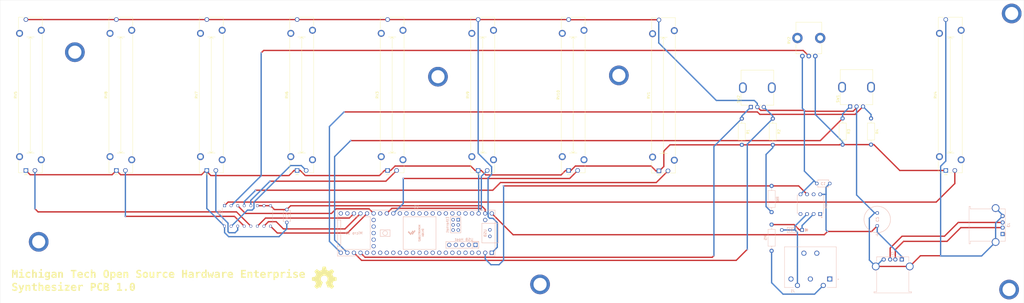
<source format=kicad_pcb>
(kicad_pcb (version 20241229) (generator "pcbnew") (generator_version "9.0")
  (layers (0 "F.Cu" signal) (2 "B.Cu" signal) (13 "F.Paste" user) (15 "B.Paste" user) (5 "F.SilkS" user "F.Silkscreen") (7 "B.SilkS" user "B.Silkscreen") (1 "F.Mask" user) (3 "B.Mask" user) (25 "Edge.Cuts" user))
  (net 0 "")
  (net 1 "GND")
  (net 2 "+5V")
  (net 3 "+3.3V")
  (net 4 "Net-(D1-K)")
  (net 5 "Net-(D1-A)")
  (net 8 "Net-(J1-Pad4)")
  (net 10 "Net-(J2-D+)")
  (net 11 "Net-(J2-D-)")
  (net 13 "Net-(U1-29_TX7)")
  (net 14 "Net-(U1-30_CRX3)")
  (net 15 "Net-(U1-31_CTX3)")
  (net 16 "Net-(U1-32_OUT1B)")
  (net 17 "Net-(U1-0_RX1_CRX2_CS1)")
  (net 18 "Net-(U3-X7)")
  (net 19 "Net-(U3-X6)")
  (net 20 "Net-(U3-X5)")
  (net 21 "Net-(U3-X4)")
  (net 22 "Net-(U3-X3)")
  (net 23 "Net-(U3-X2)")
  (net 24 "Net-(U3-X1)")
  (net 25 "Net-(U3-X0)")
  (net 26 "Net-(U1-40_A16)")
  (net 27 "Net-(U1-41_A17)")
  (net 34 "Net-(U1-35_TX8)")
  (net 36 "Net-(U1-20_A6_TX5_LRCLK1)")
  (net 40 "Net-(U1-19_A5_SCL)")
  (net 43 "Net-(U1-38_CS1_IN1)")
  (net 44 "Net-(U1-21_A7_RX5_BCLK1)")
  (net 47 "Net-(U1-13_SCK_LED)")
  (net 50 "Net-(U1-15_A1_RX3_SPDIF_IN)")
  (net 53 "Net-(U1-12_MISO_MQSL)")
  (net 55 "Net-(U1-8_TX2_IN1)")
  (net 56 "Net-(U1-7_RX2_OUT1A)")
  (net 58 "Net-(U1-11_MOSI_CTX1)")
  (net 59 "Net-(U1-36_CS)")
  (net 61 "Net-(U1-23_A9_CRX1_MCLK1)")
  (net 62 "Net-(U1-37_CS)")
  (net 67 "Net-(U1-6_OUT1D)")
  (net 69 "Net-(U1-10_CS_MQSR)")
  (net 71 "Net-(U1-18_A4_SDA)")
  (footprint "Resistor_THT:R_Axial_DIN0207_L6.3mm_D2.5mm_P10.16mm_Horizontal" (layer "F.Cu") (at 399.075 129.17 -90)
    (property "Reference" "R3")
    (property "Value" "10k")
  )
  (footprint "LOGO" (layer "F.Cu") (at 198.5 191)
    (property "Reference" "G***" (hide yes))
    (property "Value" "LOGO" (hide yes))
  )
  (footprint "Resistor_THT:R_Axial_DIN0207_L6.3mm_D2.5mm_P10.16mm_Horizontal" (layer "F.Cu") (at 410.075 129.17 -90)
    (property "Reference" "R4")
    (property "Value" "10k")
  )
  (footprint "Potentiometer_THT:Potentiometer_Bourns_PTA4543_Single_Slide" (layer "F.Cu") (at 439 149.35 90)
    (property "Reference" "RV4")
    (property "Value" "Volume Input 10k")
  )
  (footprint "Potentiometer_THT:Potentiometer_Bourns_PTA4543_Single_Slide" (layer "F.Cu") (at 118.05 149.35 90)
    (property "Reference" "RV8")
    (property "Value" "Amp Envelope Sustain Input 10k")
  )
  (footprint "Resistor_THT:R_Axial_DIN0207_L6.3mm_D2.5mm_P10.16mm_Horizontal" (layer "F.Cu") (at 360.075 129.25 -90)
    (property "Reference" "R1")
    (property "Value" "10k")
  )
  (footprint "Potentiometer_THT:Potentiometer_Bourns_PTA4543_Single_Slide" (layer "F.Cu") (at 258.05 149.35 90)
    (property "Reference" "RV9")
    (property "Value" "Cutoff Input 10k")
  )
  (footprint "Potentiometer_THT:Potentiometer_Bourns_PTV09A-1_Single_Vertical" (layer "F.Cu") (at 388.5 105 90)
    (property "Reference" "RV2")
    (property "Value" "Oscillator Mix Input 10k")
  )
  (footprint "Potentiometer_THT:Potentiometer_Bourns_PTA4543_Single_Slide" (layer "F.Cu") (at 328 149.5 90)
    (property "Reference" "RV1")
    (property "Value" "Detune Input 10k")
  )
  (footprint "Potentiometer_THT:Potentiometer_Bourns_PTA4543_Single_Slide" (layer "F.Cu") (at 293.05 149.35 90)
    (property "Reference" "RV10")
    (property "Value" "Pulse Width Input 10k")
  )
  (footprint "Rotary_Encoder:RotaryEncoder_Bourns_Vertical_PEC12R-3x17F-Nxxxx" (layer "F.Cu") (at 401.975 124.55 90)
    (property "Reference" "SW1")
    (property "Value" "Oscillator A Waveform")
  )
  (footprint "Potentiometer_THT:Potentiometer_Bourns_PTA4543_Single_Slide" (layer "F.Cu") (at 153.05 149.35 90)
    (property "Reference" "RV7")
    (property "Value" "Amp Envelope Decay Input 10k")
  )
  (footprint "Rotary_Encoder:RotaryEncoder_Bourns_Vertical_PEC12R-3x17F-Nxxxx" (layer "F.Cu") (at 363.575 124.75 90)
    (property "Reference" "SW2")
    (property "Value" "Oscillator B Waveform")
  )
  (footprint "Resistor_THT:R_Axial_DIN0207_L6.3mm_D2.5mm_P10.16mm_Horizontal" (layer "F.Cu") (at 372.075 129.25 -90)
    (property "Reference" "R2")
    (property "Value" "10k")
  )
  (footprint "Potentiometer_THT:Potentiometer_Bourns_PTA4543_Single_Slide" (layer "F.Cu") (at 188 149.35 90)
    (property "Reference" "RV6")
    (property "Value" "Amp Envelope Attack Input 10k")
  )
  (footprint "Potentiometer_THT:Potentiometer_Bourns_PTA4543_Single_Slide" (layer "F.Cu") (at 223 149.35 90)
    (property "Reference" "RV3")
    (property "Value" "Resonance Input 10k")
  )
  (footprint "Potentiometer_THT:Potentiometer_Bourns_PTA4543_Single_Slide" (layer "F.Cu") (at 83.05 149.35 90)
    (property "Reference" "RV5")
    (property "Value" "Amp Envelope Release Input 10k")
  )
  (footprint "Diodes:DO-35_02_VIS" (layer "B.Cu") (at 383.3819 172.41 180)
    (property "Reference" "D1")
    (property "Value" "1N4148")
  )
  (footprint "Resistor_THT:R_Axial_DIN0207_L6.3mm_D2.5mm_P10.16mm_Horizontal" (layer "B.Cu") (at 371.595 170.33 -90)
    (property "Reference" "R5")
    (property "Value" "220")
  )
  (footprint "Through Hole Cap:radial_cap_med" (layer "B.Cu") (at 412.475 170.825 90)
    (property "Reference" "C2")
    (property "Value" "100 uF")
  )
  (footprint "Through Hole IC:CD4051BE" (layer "B.Cu") (at 168.81 166.97 -90)
    (property "Reference" "U3")
    (property "Value" "CD4051B")
  )
  (footprint "Through Hole Cap:radial_cap" (layer "B.Cu") (at 184 169.5 90)
    (property "Reference" "C3")
    (property "Value" "0.1 uF")
  )
  (footprint "Through Hole IC:6N138" (layer "B.Cu") (at 386.595 162.41 90)
    (property "Reference" "U4")
    (property "Value" "6N138")
  )
  (footprint "Through Hole Cap:radial_cap" (layer "B.Cu") (at 389.095 154.41)
    (property "Reference" "C1")
    (property "Value" "0.1 uF")
  )
  (footprint "Teensy:Teensy41" (layer "B.Cu") (at 234.11 173.62 180)
    (property "Reference" "U1")
    (property "Value" "Teensy4.1")
  )
  (footprint "Connectors:MIDI" (layer "B.Cu") (at 386.595 186.41)
    (property "Reference" "J1")
    (property "Value" "MIDI Input")
  )
  (footprint "Connector_USB:USB_A_Stewart_SS-52100-001_Horizontal" (layer "B.Cu") (at 460.99 174 90)
    (property "Reference" "J3")
    (property "Value" "USB Breakout")
  )
  (footprint "Connector_USB:USB_A_Stewart_SS-52100-001_Horizontal" (layer "B.Cu") (at 421.975 183.835 180)
    (property "Reference" "J2")
    (property "Value" "USB Input")
  )
  (footprint "Resistor_THT:R_Axial_DIN0207_L6.3mm_D2.5mm_P10.16mm_Horizontal" (layer "B.Cu") (at 371.595 165.49 90)
    (property "Reference" "R6")
    (property "Value" "470")
  )
  (gr_rect (start 73.05 83.3) (end 469.25 200.775) (stroke (width 0.05)) (fill no) (layer "Edge.Cuts"))
  (gr_text "Michigan Tech Open Source Hardware Enterprise\nSynthesizer PCB 1.0" (at 77.5 196.5 0) (layer "F.SilkS") (effects (font (size 3 3) (thickness 0.6) (bold yes)) (justify left bottom)))
  (via (at 282 193.5) (size 7.62) (drill 5.08) (layers "F.Cu" "B.Cu") (net 0))
  (via (at 88 177) (size 7.62) (drill 5.08) (layers "F.Cu" "B.Cu") (net 0))
  (via (at 463.5 195.5) (size 7.62) (drill 5.08) (layers "F.Cu" "B.Cu") (net 0))
  (via (at 242.5 113) (size 7.62) (drill 5.08) (layers "F.Cu" "B.Cu") (net 0))
  (via (at 102 103.5) (size 7.62) (drill 5.08) (layers "F.Cu" "B.Cu") (net 0))
  (via (at 464.5 88.5) (size 7.62) (drill 5.08) (layers "F.Cu" "B.Cu") (net 0))
  (via (at 312.5 112.5) (size 7.62) (drill 5.08) (layers "F.Cu" "B.Cu") (net 0))
  (segment (start 327.925 90.925) (end 328 91) (width 0.508) (layer "F.Cu") (net 1))
  (segment (start 293.125 90.925) (end 293.05 90.85) (width 0.508) (layer "F.Cu") (net 1))
  (segment (start 177.7 163) (end 179.2 164.5) (width 0.508) (layer "F.Cu") (net 1))
  (segment (start 223 90.85) (end 188 90.85) (width 0.508) (layer "F.Cu") (net 1))
  (segment (start 185.478872 163.021128) (end 184 164.5) (width 0.508) (layer "F.Cu") (net 1))
  (segment (start 175.16 163) (end 172.62 163) (width 0.508) (layer "F.Cu") (net 1))
  (segment (start 436.775 182.395) (end 429.195 182.395) (width 0.508) (layer "F.Cu") (net 1))
  (segment (start 153.05 90.85) (end 118.05 90.85) (width 0.508) (layer "F.Cu") (net 1))
  (segment (start 327.925 90.925) (end 293.125 90.925) (width 0.508) (layer "F.Cu") (net 1))
  (segment (start 403.1625 126.4) (end 404.475 125.0875) (width 0.508) (layer "F.Cu") (net 1))
  (segment (start 260.78 166) (end 260.78 164.48) (width 0.508) (layer "F.Cu") (net 1))
  (segment (start 83.05 90.85) (end 118.05 90.85) (width 0.508) (layer "F.Cu") (net 1))
  (segment (start 188 90.85) (end 153.05 90.85) (width 0.508) (layer "F.Cu") (net 1))
  (segment (start 293.05 90.85) (end 258.05 90.85) (width 0.508) (layer "F.Cu") (net 1))
  (segment (start 429.195 182.395) (end 425.045 186.545) (width 0.508) (layer "F.Cu") (net 1))
  (segment (start 404.475 125.0875) (end 404.475 124.55) (width 0.508) (layer "F.Cu") (net 1))
  (segment (start 177.7 163) (end 175.16 163) (width 0.508) (layer "F.Cu") (net 1))
  (segment (start 258.05 90.85) (end 223 90.85) (width 0.508) (layer "F.Cu") (net 1))
  (segment (start 260.78 164.48) (end 259.321128 163.021128) (width 0.508) (layer "F.Cu") (net 1))
  (segment (start 384.286 126.048) (end 384.638 126.4) (width 0.508) (layer "F.Cu") (net 1))
  (segment (start 425.045 186.545) (end 411.905 186.545) (width 0.508) (layer "F.Cu") (net 1))
  (segment (start 259.321128 163.021128) (end 185.478872 163.021128) (width 0.508) (layer "F.Cu") (net 1))
  (segment (start 179.2 164.5) (end 184 164.5) (width 0.508) (layer "F.Cu") (net 1))
  (segment (start 327.85 90.85) (end 327.925 90.925) (width 0.508) (layer "F.Cu") (net 1))
  (segment (start 367.373 126.048) (end 384.286 126.048) (width 0.508) (layer "F.Cu") (net 1))
  (segment (start 366.075 124.75) (end 367.373 126.048) (width 0.508) (layer "F.Cu") (net 1))
  (segment (start 384.638 126.4) (end 403.1625 126.4) (width 0.508) (layer "F.Cu") (net 1))
  (via (at 384.286 126.048) (size 0.6) (drill 0.3) (layers "F.Cu" "B.Cu") (net 1))
  (via (at 437 182.5) (size 0.6) (drill 0.3) (layers "F.Cu" "B.Cu") (net 1))
  (segment (start 366.075 123.375) (end 366.075 124.75) (width 0.508) (layer "B.Cu") (net 1))
  (segment (start 411.461 165.825) (end 409.425 167.861) (width 0.508) (layer "B.Cu") (net 1))
  (segment (start 263.25 150.875) (end 263.25 147.911) (width 0.508) (layer "B.Cu") (net 1))
  (segment (start 350.2 122.2) (end 364.9 122.2) (width 0.508) (layer "B.Cu") (net 1))
  (segment (start 258.05 142.711) (end 258.05 90.85) (width 0.508) (layer "B.Cu") (net 1))
  (segment (start 388.035 153.35) (end 389.095 154.41) (width 0.508) (layer "B.Cu") (net 1))
  (segment (start 364.9 122.2) (end 366.075 123.375) (width 0.508) (layer "B.Cu") (net 1))
  (segment (start 263.32 181.24) (end 265.45 179.11) (width 0.508) (layer "B.Cu") (net 1))
  (segment (start 261.9 166.014) (end 261.886 166) (width 0.508) (layer "B.Cu") (net 1))
  (segment (start 262.475 167.875) (end 261.9 167.3) (width 0.508) (layer "B.Cu") (net 1))
  (segment (start 327.85 90.85) (end 327.925 90.925) (width 0.508) (layer "B.Cu") (net 1))
  (segment (start 411.461 165.825) (end 412.475 165.825) (width 0.508) (layer "B.Cu") (net 1))
  (segment (start 265.45 179.11) (end 265.45 169.564) (width 0.508) (layer "B.Cu") (net 1))
  (segment (start 261.9 167.3) (end 261.9 166.014) (width 0.508) (layer "B.Cu") (net 1))
  (segment (start 388.035 153.35) (end 382.785 158.6) (width 0.508) (layer "B.Cu") (net 1))
  (segment (start 458.28 163.93) (end 460.99 166.64) (width 0.508) (layer "B.Cu") (net 1))
  (segment (start 327.925 90.925) (end 328 91) (width 0.508) (layer "B.Cu") (net 1))
  (segment (start 383.5 125.262) (end 384.286 126.048) (width 0.508) (layer "B.Cu") (net 1))
  (segment (start 263.761 167.875) (end 262.475 167.875) (width 0.508) (layer "B.Cu") (net 1))
  (segment (start 411.905 186.545) (end 414.615 183.835) (width 0.508) (layer "B.Cu") (net 1))
  (segment (start 439 145.7) (end 439 90.85) (width 0.508) (layer "B.Cu") (net 1))
  (segment (start 452.85 182.5) (end 437 182.5) (width 0.508) (layer "B.Cu") (net 1))
  (segment (start 265.45 169.564) (end 263.761 167.875) (width 0.508) (layer "B.Cu") (net 1))
  (segment (start 409.425 167.861) (end 409.425 184.065) (width 0.508) (layer "B.Cu") (net 1))
  (segment (start 414.615 183.835) (end 414.975 183.835) (width 0.508) (layer "B.Cu") (net 1))
  (segment (start 437 182.5) (end 437 147.7) (width 0.508) (layer "B.Cu") (net 1))
  (segment (start 404.475 158.839) (end 411.461 165.825) (width 0.508) (layer "B.Cu") (net 1))
  (segment (start 460.99 166.64) (end 460.99 167) (width 0.508) (layer "B.Cu") (net 1))
  (segment (start 409.425 184.065) (end 411.905 186.545) (width 0.508) (layer "B.Cu") (net 1))
  (segment (start 460.99 167) (end 458.28 169.71) (width 0.508) (layer "B.Cu") (net 1))
  (segment (start 384.286 149.601) (end 388.035 153.35) (width 0.508) (layer "B.Cu") (net 1))
  (segment (start 261.886 152.239) (end 263.25 150.875) (width 0.508) (layer "B.Cu") (net 1))
  (segment (start 263.25 147.911) (end 258.05 142.711) (width 0.508) (layer "B.Cu") (net 1))
  (segment (start 384.286 126.048) (end 384.286 149.601) (width 0.508) (layer "B.Cu") (net 1))
  (segment (start 327.925 90.925) (end 327.925 99.925) (width 0.508) (layer "B.Cu") (net 1))
  (segment (start 458.28 169.71) (end 458.28 177.07) (width 0.508) (layer "B.Cu") (net 1))
  (segment (start 261.886 166) (end 261.886 152.239) (width 0.508) (layer "B.Cu") (net 1))
  (segment (start 327.925 99.925) (end 350.2 122.2) (width 0.508) (layer "B.Cu") (net 1))
  (segment (start 260.78 166) (end 261.886 166) (width 0.508) (layer "B.Cu") (net 1))
  (segment (start 383.5 105) (end 383.5 125.262) (width 0.508) (layer "B.Cu") (net 1))
  (segment (start 458.28 177.07) (end 452.85 182.5) (width 0.508) (layer "B.Cu") (net 1))
  (segment (start 437 147.7) (end 439 145.7) (width 0.508) (layer "B.Cu") (net 1))
  (segment (start 404.475 124.55) (end 404.475 158.839) (width 0.508) (layer "B.Cu") (net 1))
  (segment (start 391.988 174.25) (end 393.24 172.998) (width 0.508) (layer "F.Cu") (net 2))
  (segment (start 393.24 172.998) (end 410.302 172.998) (width 0.508) (layer "F.Cu") (net 2))
  (segment (start 271.57 174.25) (end 391.988 174.25) (width 0.508) (layer "F.Cu") (net 2))
  (segment (start 263.32 166) (end 271.57 174.25) (width 0.508) (layer "F.Cu") (net 2))
  (segment (start 410.302 172.998) (end 412.475 170.825) (width 0.508) (layer "F.Cu") (net 2))
  (via (at 393.24 172.998) (size 0.6) (drill 0.3) (layers "F.Cu" "B.Cu") (net 2))
  (segment (start 392.66 158.6) (end 392.66 172.418) (width 0.508) (layer "B.Cu") (net 2))
  (segment (start 392.66 158.6) (end 390.405 158.6) (width 0.508) (layer "B.Cu") (net 2))
  (segment (start 392.66 172.418) (end 393.24 172.998) (width 0.508) (layer "B.Cu") (net 2))
  (segment (start 421.975 183.835) (end 421.975 182.733) (width 0.508) (layer "B.Cu") (net 2))
  (segment (start 392.66 155.846) (end 392.66 158.6) (width 0.508) (layer "B.Cu") (net 2))
  (segment (start 412.475 173.233) (end 412.475 170.825) (width 0.508) (layer "B.Cu") (net 2))
  (segment (start 394.095 154.41) (end 392.66 155.846) (width 0.508) (layer "B.Cu") (net 2))
  (segment (start 421.975 182.733) (end 412.475 173.233) (width 0.508) (layer "B.Cu") (net 2))
  (segment (start 360.075 139.41) (end 372.075 139.41) (width 0.508) (layer "F.Cu") (net 3))
  (segment (start 224.177 149.35) (end 225.902 147.625) (width 0.508) (layer "F.Cu") (net 3))
  (segment (start 328 149.5) (end 326.823 149.5) (width 0.508) (layer "F.Cu") (net 3))
  (segment (start 225.902 147.625) (end 255.148 147.625) (width 0.508) (layer "F.Cu") (net 3))
  (segment (start 260.952 151.075) (end 259.227 149.35) (width 0.508) (layer "F.Cu") (net 3))
  (segment (start 154.625 151.325) (end 152.65 149.35) (width 0.508) (layer "F.Cu") (net 3))
  (segment (start 332.29 139.41) (end 360.075 139.41) (width 0.508) (layer "F.Cu") (net 3))
  (segment (start 293.05 149.35) (end 291.873 149.35) (width 0.508) (layer "F.Cu") (net 3))
  (segment (start 223 149.35) (end 224.177 149.35) (width 0.508) (layer "F.Cu") (net 3))
  (segment (start 293.05 149.35) (end 293.95 149.35) (width 0.508) (layer "F.Cu") (net 3))
  (segment (start 184.848 151.325) (end 154.625 151.325) (width 0.508) (layer "F.Cu") (net 3))
  (segment (start 329.9 147.8) (end 329.9 141.8) (width 0.508) (layer "F.Cu") (net 3))
  (segment (start 293.95 149.35) (end 295.675 147.625) (width 0.508) (layer "F.Cu") (net 3))
  (segment (start 84.7 151) (end 116.4 151) (width 0.508) (layer "F.Cu") (net 3))
  (segment (start 191.152 151.325) (end 189.177 149.35) (width 0.508) (layer "F.Cu") (net 3))
  (segment (start 189.177 149.35) (end 188 149.35) (width 0.508) (layer "F.Cu") (net 3))
  (segment (start 411.177 139.33) (end 421.197 149.35) (width 0.508) (layer "F.Cu") (net 3))
  (segment (start 223 149.35) (end 221.823 149.35) (width 0.508) (layer "F.Cu") (net 3))
  (segment (start 116.4 151) (end 118.05 149.35) (width 0.508) (layer "F.Cu") (net 3))
  (segment (start 326.823 149.5) (end 328.2 149.5) (width 0.508) (layer "F.Cu") (net 3))
  (segment (start 255.148 147.625) (end 256.873 149.35) (width 0.508) (layer "F.Cu") (net 3))
  (segment (start 324.948 147.625) (end 326.823 149.5) (width 0.508) (layer "F.Cu") (net 3))
  (segment (start 221.823 149.35) (end 219.848 151.325) (width 0.508) (layer "F.Cu") (net 3))
  (segment (start 410.075 139.33) (end 411.177 139.33) (width 0.508) (layer "F.Cu") (net 3))
  (segment (start 328.2 149.5) (end 329.9 147.8) (width 0.508) (layer "F.Cu") (net 3))
  (segment (start 152.65 149.35) (end 153.05 149.35) (width 0.508) (layer "F.Cu") (net 3))
  (segment (start 259.227 149.35) (end 258.05 149.35) (width 0.508) (layer "F.Cu") (net 3))
  (segment (start 291.873 149.35) (end 290.148 151.075) (width 0.508) (layer "F.Cu") (net 3))
  (segment (start 219.848 151.325) (end 191.152 151.325) (width 0.508) (layer "F.Cu") (net 3))
  (segment (start 119.7 151) (end 151 151) (width 0.508) (layer "F.Cu") (net 3))
  (segment (start 188 149.35) (end 186.823 149.35) (width 0.508) (layer "F.Cu") (net 3))
  (segment (start 372.075 139.41) (end 397.893 139.41) (width 0.508) (layer "F.Cu") (net 3))
  (segment (start 329.9 141.8) (end 332.29 139.41) (width 0.508) (layer "F.Cu") (net 3))
  (segment (start 256.873 149.35) (end 258.05 149.35) (width 0.508) (layer "F.Cu") (net 3))
  (segment (start 410.075 139.33) (end 399.075 139.33) (width 0.508) (layer "F.Cu") (net 3))
  (segment (start 186.823 149.35) (end 184.848 151.325) (width 0.508) (layer "F.Cu") (net 3))
  (segment (start 290.148 151.075) (end 260.952 151.075) (width 0.508) (layer "F.Cu") (net 3))
  (segment (start 295.675 147.625) (end 324.948 147.625) (width 0.508) (layer "F.Cu") (net 3))
  (segment (start 151 151) (end 152.65 149.35) (width 0.508) (layer "F.Cu") (net 3))
  (segment (start 83.05 149.35) (end 84.7 151) (width 0.508) (layer "F.Cu") (net 3))
  (segment (start 421.197 149.35) (end 439 149.35) (width 0.508) (layer "F.Cu") (net 3))
  (segment (start 397.893 139.41) (end 397.973 139.33) (width 0.508) (layer "F.Cu") (net 3))
  (segment (start 397.973 139.33) (end 399.075 139.33) (width 0.508) (layer "F.Cu") (net 3))
  (segment (start 118.05 149.35) (end 119.7 151) (width 0.508) (layer "F.Cu") (net 3))
  (segment (start 388.5 127.653) (end 388.5 105) (width 0.508) (layer "B.Cu") (net 3))
  (segment (start 258.05 150.527) (end 258.24 150.717) (width 0.508) (layer "B.Cu") (net 3))
  (segment (start 184 172) (end 184 169.5) (width 0.508) (layer "B.Cu") (net 3))
  (segment (start 153.05 164.07) (end 159.92 170.94) (width 0.508) (layer "B.Cu") (net 3))
  (segment (start 258.05 149.35) (end 258.05 150.527) (width 0.508) (layer "B.Cu") (net 3))
  (segment (start 399.075 138.228) (end 388.5 127.653) (width 0.508) (layer "B.Cu") (net 3))
  (segment (start 159.92 173.42) (end 161.5 175) (width 0.508) (layer "B.Cu") (net 3))
  (segment (start 159.92 170.94) (end 159.92 173.42) (width 0.508) (layer "B.Cu") (net 3))
  (segment (start 258.24 150.717) (end 258.24 166) (width 0.508) (layer "B.Cu") (net 3))
  (segment (start 153.05 149.35) (end 153.05 164.07) (width 0.508) (layer "B.Cu") (net 3))
  (segment (start 181 175) (end 184 172) (width 0.508) (layer "B.Cu") (net 3))
  (segment (start 399.075 139.33) (end 399.075 138.228) (width 0.508) (layer "B.Cu") (net 3))
  (segment (start 369.45 143.137) (end 369.45 163.345) (width 0.508) (layer "B.Cu") (net 3))
  (segment (start 372.075 140.512) (end 369.45 143.137) (width 0.508) (layer "B.Cu") (net 3))
  (segment (start 161.5 175) (end 181 175) (width 0.508) (layer "B.Cu") (net 3))
  (segment (start 369.45 163.345) (end 371.595 165.49) (width 0.508) (layer "B.Cu") (net 3))
  (segment (start 372.075 139.41) (end 372.075 140.512) (width 0.508) (layer "B.Cu") (net 3))
  (segment (start 382.382 172.41) (end 383.3819 172.41) (width 0.508) (layer "F.Cu") (net 4))
  (segment (start 371.595 170.33) (end 380.302 170.33) (width 0.508) (layer "F.Cu") (net 4))
  (segment (start 383.382 172.41) (end 383.3819 172.41) (width 0.508) (layer "F.Cu") (net 4))
  (segment (start 380.302 170.33) (end 382.382 172.41) (width 0.508) (layer "F.Cu") (net 4))
  (segment (start 387.865 166.22) (end 383.382 170.703) (width 0.508) (layer "B.Cu") (net 4))
  (segment (start 383.382 170.703) (end 383.382 172.41) (width 0.508) (layer "B.Cu") (net 4))
  (segment (start 383.3819 172.41) (end 383.382 172.41) (width 0.508) (layer "B.Cu") (net 4))
  (segment (start 380.645 172.41) (end 381.595 173.36) (width 0.508) (layer "B.Cu") (net 5))
  (segment (start 380.645 172.41) (end 375.559 172.41) (width 0.508) (layer "B.Cu") (net 5))
  (segment (start 380.645 170.9) (end 380.645 172.41) (width 0.508) (layer "B.Cu") (net 5))
  (segment (start 381.595 173.36) (end 381.595 193.91) (width 0.508) (layer "B.Cu") (net 5))
  (segment (start 385.325 166.22) (end 380.645 170.9) (width 0.508) (layer "B.Cu") (net 5))
  (segment (start 375.559 172.41) (end 375.5587 172.41) (width 0.508) (layer "B.Cu") (net 5))
  (segment (start 376.025 197.275) (end 388.23 197.275) (width 0.508) (layer "B.Cu") (net 8))
  (segment (start 371.595 180.49) (end 371.595 192.845) (width 0.508) (layer "B.Cu") (net 8))
  (segment (start 371.595 192.845) (end 376.025 197.275) (width 0.508) (layer "B.Cu") (net 8))
  (segment (start 388.23 197.275) (end 391.595 193.91) (width 0.508) (layer "B.Cu") (net 8))
  (segment (start 422.075 174.825) (end 438.497556 174.825) (width 0.508) (layer "F.Cu") (net 10))
  (segment (start 443.822556 169.5) (end 460.99 169.5) (width 0.508) (layer "F.Cu") (net 10))
  (segment (start 438.497556 174.825) (end 443.822556 169.5) (width 0.508) (layer "F.Cu") (net 10))
  (segment (start 417.475 183.835) (end 417.475 179.425) (width 0.508) (layer "F.Cu") (net 10))
  (segment (start 417.475 179.425) (end 422.075 174.825) (width 0.508) (layer "F.Cu") (net 10))
  (segment (start 419.475 183.835) (end 419.475 180.025) (width 0.508) (layer "F.Cu") (net 11))
  (segment (start 444.81 171.5) (end 460.99 171.5) (width 0.508) (layer "F.Cu") (net 11))
  (segment (start 419.475 180.025) (end 422.675 176.825) (width 0.508) (layer "F.Cu") (net 11))
  (segment (start 439.485 176.825) (end 444.81 171.5) (width 0.508) (layer "F.Cu") (net 11))
  (segment (start 422.675 176.825) (end 439.485 176.825) (width 0.508) (layer "F.Cu") (net 11))
  (segment (start 212.52 181.24) (end 214.28 183) (width 0.508) (layer "F.Cu") (net 13))
  (segment (start 214.28 183) (end 348.626 183) (width 0.508) (layer "F.Cu") (net 13))
  (segment (start 348.626 183) (end 349.284 182.342) (width 0.508) (layer "F.Cu") (net 13))
  (via (at 349.284 182.342) (size 0.6) (drill 0.3) (layers "F.Cu" "B.Cu") (net 13))
  (segment (start 349.284 140.041) (end 349.284 182.342) (width 0.508) (layer "B.Cu") (net 13))
  (segment (start 363.575 124.75) (end 360.075 128.25) (width 0.508) (layer "B.Cu") (net 13))
  (segment (start 360.075 129.25) (end 349.284 140.041) (width 0.508) (layer "B.Cu") (net 13))
  (segment (start 360.075 128.25) (end 360.075 129.25) (width 0.508) (layer "B.Cu") (net 13))
  (segment (start 212.94 184.2) (end 209.98 181.24) (width 0.508) (layer "F.Cu") (net 14))
  (segment (start 357.898 184.2) (end 212.94 184.2) (width 0.508) (layer "F.Cu") (net 14))
  (segment (start 362.186 179.912) (end 357.898 184.2) (width 0.508) (layer "F.Cu") (net 14))
  (via (at 362.186 179.912) (size 0.6) (drill 0.3) (layers "F.Cu" "B.Cu") (net 14))
  (segment (start 362.186 139.139) (end 362.186 179.912) (width 0.508) (layer "B.Cu") (net 14))
  (segment (start 372.075 129.25) (end 362.186 139.139) (width 0.508) (layer "B.Cu") (net 14))
  (segment (start 368.575 124.75) (end 372.075 128.25) (width 0.508) (layer "B.Cu") (net 14))
  (segment (start 372.075 128.25) (end 372.075 129.25) (width 0.508) (layer "B.Cu") (net 14))
  (segment (start 390.46 137.785) (end 208.704 137.785) (width 0.508) (layer "F.Cu") (net 15))
  (segment (start 399.075 129.17) (end 390.46 137.785) (width 0.508) (layer "F.Cu") (net 15))
  (via (at 208.704 137.785) (size 0.6) (drill 0.3) (layers "F.Cu" "B.Cu") (net 15))
  (segment (start 202.5 143.989) (end 208.704 137.785) (width 0.508) (layer "B.Cu") (net 15))
  (segment (start 401.975 124.55) (end 399.075 127.45) (width 0.508) (layer "B.Cu") (net 15))
  (segment (start 202.5 176.3) (end 202.5 143.989) (width 0.508) (layer "B.Cu") (net 15))
  (segment (start 399.075 127.45) (end 399.075 129.17) (width 0.508) (layer "B.Cu") (net 15))
  (segment (start 207.44 181.24) (end 202.5 176.3) (width 0.508) (layer "B.Cu") (net 15))
  (segment (start 367.043 127.6) (end 366.1 126.657) (width 0.508) (layer "F.Cu") (net 16))
  (segment (start 406.975 124.55) (end 403.925 127.6) (width 0.508) (layer "F.Cu") (net 16))
  (segment (start 366.1 126.657) (end 206.17 126.657) (width 0.508) (layer "F.Cu") (net 16))
  (segment (start 403.925 127.6) (end 367.043 127.6) (width 0.508) (layer "F.Cu") (net 16))
  (via (at 206.17 126.657) (size 0.6) (drill 0.3) (layers "F.Cu" "B.Cu") (net 16))
  (segment (start 200.5 132.327) (end 206.17 126.657) (width 0.508) (layer "B.Cu") (net 16))
  (segment (start 406.975 124.55) (end 410.075 127.65) (width 0.508) (layer "B.Cu") (net 16))
  (segment (start 410.075 127.65) (end 410.075 129.17) (width 0.508) (layer "B.Cu") (net 16))
  (segment (start 204.9 181.24) (end 200.5 176.84) (width 0.508) (layer "B.Cu") (net 16))
  (segment (start 200.5 176.84) (end 200.5 132.327) (width 0.508) (layer "B.Cu") (net 16))
  (segment (start 382.055 155.33) (end 385.325 158.6) (width 0.508) (layer "F.Cu") (net 17))
  (segment (start 267.89 155.33) (end 371.595 155.33) (width 0.508) (layer "F.Cu") (net 17))
  (segment (start 371.595 155.33) (end 382.055 155.33) (width 0.508) (layer "F.Cu") (net 17))
  (via (at 267.89 155.33) (size 0.6) (drill 0.3) (layers "F.Cu" "B.Cu") (net 17))
  (segment (start 266.125 185.875) (end 267.89 184.11) (width 0.508) (layer "B.Cu") (net 17))
  (segment (start 260.78 181.24) (end 260.78 183.655) (width 0.508) (layer "B.Cu") (net 17))
  (segment (start 260.78 183.655) (end 263 185.875) (width 0.508) (layer "B.Cu") (net 17))
  (segment (start 267.89 184.11) (end 267.89 155.33) (width 0.508) (layer "B.Cu") (net 17))
  (segment (start 263 185.875) (end 266.125 185.875) (width 0.508) (layer "B.Cu") (net 17))
  (segment (start 326.966 154.034) (end 331.5 149.5) (width 0.508) (layer "F.Cu") (net 18))
  (segment (start 171.9 157) (end 263.711 157) (width 0.508) (layer "F.Cu") (net 18))
  (segment (start 266.677 154.034) (end 326.966 154.034) (width 0.508) (layer "F.Cu") (net 18))
  (segment (start 263.711 157) (end 266.677 154.034) (width 0.508) (layer "F.Cu") (net 18))
  (via (at 171.9 157) (size 0.6) (drill 0.3) (layers "F.Cu" "B.Cu") (net 18))
  (segment (start 171.9 157.059758) (end 167.54 161.419758) (width 0.508) (layer "B.Cu") (net 18))
  (segment (start 171.9 157) (end 171.9 157.059758) (width 0.508) (layer "B.Cu") (net 18))
  (segment (start 167.54 161.419758) (end 167.54 163) (width 0.508) (layer "B.Cu") (net 18))
  (segment (start 175.047 102.825) (end 174.08 103.792) (width 0.508) (layer "F.Cu") (net 19))
  (segment (start 386 105) (end 383.825 102.825) (width 0.508) (layer "F.Cu") (net 19))
  (segment (start 383.825 102.825) (end 175.047 102.825) (width 0.508) (layer "F.Cu") (net 19))
  (via (at 174.08 103.792) (size 0.6) (drill 0.3) (layers "F.Cu" "B.Cu") (net 19))
  (segment (start 174.08 151.38) (end 174.08 103.792) (width 0.508) (layer "B.Cu") (net 19))
  (segment (start 162.46 163) (end 174.08 151.38) (width 0.508) (layer "B.Cu") (net 19))
  (segment (start 177.5 153.5) (end 222.35 153.5) (width 0.508) (layer "F.Cu") (net 20))
  (segment (start 222.35 153.5) (end 226.5 149.35) (width 0.508) (layer "F.Cu") (net 20))
  (via (at 177.5 153.5) (size 0.6) (drill 0.3) (layers "F.Cu" "B.Cu") (net 20))
  (segment (start 170.08 160.92) (end 170.08 163) (width 0.508) (layer "B.Cu") (net 20))
  (segment (start 177.5 153.5) (end 170.08 160.92) (width 0.508) (layer "B.Cu") (net 20))
  (segment (start 159.92 162.98) (end 161.3 161.6) (width 0.508) (layer "F.Cu") (net 21))
  (segment (start 435.3 161.6) (end 442.5 154.4) (width 0.508) (layer "F.Cu") (net 21))
  (segment (start 442.5 154.4) (end 442.5 149.35) (width 0.508) (layer "F.Cu") (net 21))
  (segment (start 161.3 161.6) (end 435.3 161.6) (width 0.508) (layer "F.Cu") (net 21))
  (segment (start 159.92 163) (end 159.92 162.98) (width 0.508) (layer "F.Cu") (net 21))
  (segment (start 164.54 165.4) (end 170.08 170.94) (width 0.508) (layer "F.Cu") (net 22))
  (segment (start 86.55 164.195) (end 87.755 165.4) (width 0.508) (layer "F.Cu") (net 22))
  (segment (start 87.755 165.4) (end 164.54 165.4) (width 0.508) (layer "F.Cu") (net 22))
  (via (at 86.55 164.195) (size 0.6) (drill 0.3) (layers "F.Cu" "B.Cu") (net 22))
  (segment (start 86.55 149.35) (end 86.55 164.195) (width 0.508) (layer "B.Cu") (net 22))
  (segment (start 185.475 147.45) (end 171.3 161.625) (width 0.508) (layer "B.Cu") (net 23))
  (segment (start 168.7875 164.7125) (end 162.56 170.94) (width 0.508) (layer "B.Cu") (net 23))
  (segment (start 171.3 164) (end 170.5875 164.7125) (width 0.508) (layer "B.Cu") (net 23))
  (segment (start 170.5875 164.7125) (end 168.7875 164.7125) (width 0.508) (layer "B.Cu") (net 23))
  (segment (start 189.6 147.45) (end 185.475 147.45) (width 0.508) (layer "B.Cu") (net 23))
  (segment (start 191.5 149.35) (end 189.6 147.45) (width 0.508) (layer "B.Cu") (net 23))
  (segment (start 162.56 170.94) (end 162.46 170.94) (width 0.508) (layer "B.Cu") (net 23))
  (segment (start 171.3 161.625) (end 171.3 164) (width 0.508) (layer "B.Cu") (net 23))
  (segment (start 165 172.475) (end 164 173.475) (width 0.508) (layer "B.Cu") (net 24))
  (segment (start 161.675 173.475) (end 161.25 173.05) (width 0.508) (layer "B.Cu") (net 24))
  (segment (start 161.25 173.05) (end 161.25 169.75) (width 0.508) (layer "B.Cu") (net 24))
  (segment (start 156.55 165.05) (end 156.55 149.35) (width 0.508) (layer "B.Cu") (net 24))
  (segment (start 164 173.475) (end 161.675 173.475) (width 0.508) (layer "B.Cu") (net 24))
  (segment (start 165 170.94) (end 165 172.475) (width 0.508) (layer "B.Cu") (net 24))
  (segment (start 161.25 169.75) (end 156.55 165.05) (width 0.508) (layer "B.Cu") (net 24))
  (segment (start 167.54 170.94) (end 163.729 167.129) (width 0.508) (layer "F.Cu") (net 25))
  (segment (start 163.729 167.129) (end 121.55 167.129) (width 0.508) (layer "F.Cu") (net 25))
  (via (at 121.55 167.129) (size 0.6) (drill 0.3) (layers "F.Cu" "B.Cu") (net 25))
  (segment (start 121.55 149.35) (end 121.55 167.129) (width 0.508) (layer "B.Cu") (net 25))
  (segment (start 259.29 164.6) (end 258.69 164) (width 0.508) (layer "F.Cu") (net 26))
  (segment (start 258.69 164) (end 224.68 164) (width 0.508) (layer "F.Cu") (net 26))
  (segment (start 224.68 164) (end 222.68 166) (width 0.508) (layer "F.Cu") (net 26))
  (via (at 259.29 164.6) (size 0.6) (drill 0.3) (layers "F.Cu" "B.Cu") (net 26))
  (segment (start 259.29 164.6) (end 259.29 151.61) (width 0.508) (layer "B.Cu") (net 26))
  (segment (start 259.29 151.61) (end 261.55 149.35) (width 0.508) (layer "B.Cu") (net 26))
  (segment (start 296.55 149.35) (end 293.444 152.456) (width 0.508) (layer "F.Cu") (net 27))
  (segment (start 293.444 152.456) (end 229.076 152.456) (width 0.508) (layer "F.Cu") (net 27))
  (via (at 229.076 152.456) (size 0.6) (drill 0.3) (layers "F.Cu" "B.Cu") (net 27))
  (segment (start 229.076 162.144) (end 229.076 152.456) (width 0.508) (layer "B.Cu") (net 27))
  (segment (start 225.22 166) (end 229.076 162.144) (width 0.508) (layer "B.Cu") (net 27))
  (segment (start 208.18 167.8) (end 175.76 167.8) (width 0.508) (layer "F.Cu") (net 34))
  (segment (start 175.76 167.8) (end 172.62 170.94) (width 0.508) (layer "F.Cu") (net 34))
  (segment (start 209.98 166) (end 208.18 167.8) (width 0.508) (layer "F.Cu") (net 34))
  (segment (start 165 163) (end 168 166) (width 0.508) (layer "F.Cu") (net 43))
  (segment (start 215.8 164.2) (end 217.6 166) (width 0.508) (layer "F.Cu") (net 43))
  (segment (start 201.3 166) (end 203.1 164.2) (width 0.508) (layer "F.Cu") (net 43))
  (segment (start 203.1 164.2) (end 215.8 164.2) (width 0.508) (layer "F.Cu") (net 43))
  (segment (start 168 166) (end 201.3 166) (width 0.508) (layer "F.Cu") (net 43))
  (segment (start 182.7 172) (end 206.52 172) (width 0.508) (layer "F.Cu") (net 59))
  (segment (start 179.9 169.2) (end 182.7 172) (width 0.508) (layer "F.Cu") (net 59))
  (segment (start 206.52 172) (end 212.52 166) (width 0.508) (layer "F.Cu") (net 59))
  (segment (start 176.9 169.2) (end 179.9 169.2) (width 0.508) (layer "F.Cu") (net 59))
  (segment (start 175.16 170.94) (end 176.9 169.2) (width 0.508) (layer "F.Cu") (net 59))
  (segment (start 215.06 166) (end 207.46 173.6) (width 0.508) (layer "F.Cu") (net 62))
  (segment (start 180.36 173.6) (end 177.7 170.94) (width 0.508) (layer "F.Cu") (net 62))
  (segment (start 207.46 173.6) (end 180.36 173.6) (width 0.508) (layer "F.Cu") (net 62))
)
</source>
